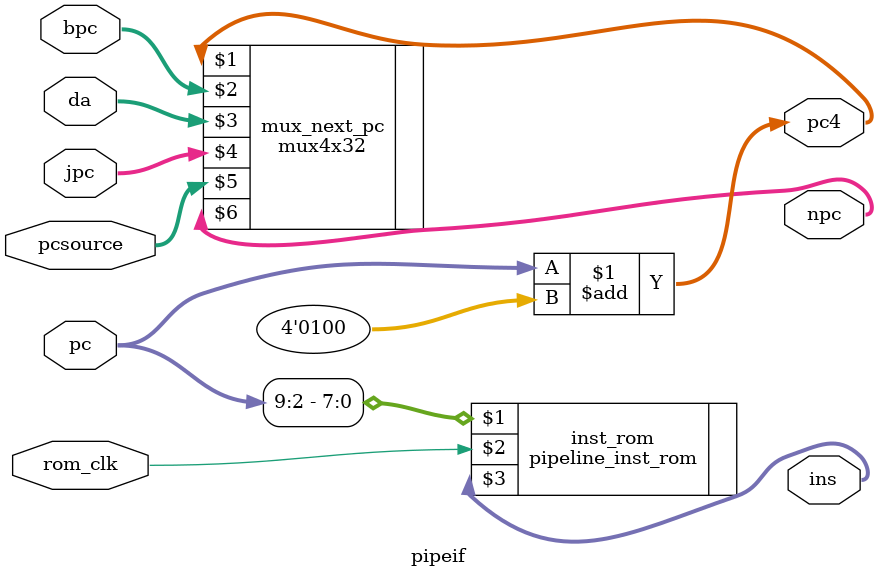
<source format=v>
module pipeif ( pcsource,pc,bpc,da,jpc,npc,pc4,ins,rom_clk );   // if state
//pipeif if_stage ( pcsource,pc,bpc,da,jpc,npc,pc4,ins,clock );    // add rom_clk

   input  [31:0] pc,bpc,jpc,da ;
   output [31:0] npc,pc4,ins ; 
   input   [1:0] pcsource ;
   input         rom_clk ;
   
   wire   [31:0] pc,bpc,jpc,da,npc,pc4,ins ;
   wire    [1:0] pcsource ;
   wire          rom_clk ;
   
   assign  pc4 = pc + 4'b0100;
   
   mux4x32 mux_next_pc ( pc4,bpc,da,jpc,pcsource,npc );
   pipeline_inst_rom  inst_rom ( pc[9:2],rom_clk,ins ) ;


   
endmodule

/*   
  module pipeline_inst_rom (
	address,
	clock,
	q);

	input	[7:0]  address;
	input	  clock;
	output	[31:0]  q; 
	
endmodule   */
</source>
